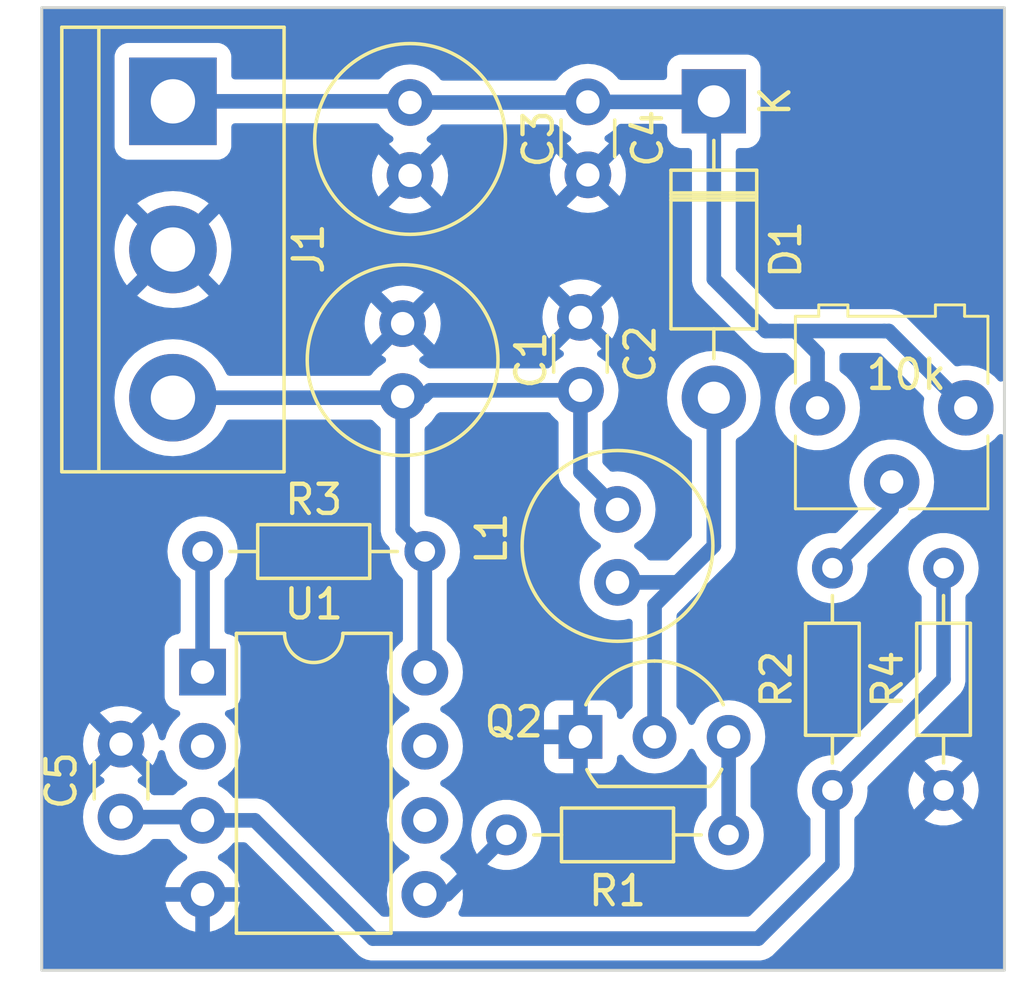
<source format=kicad_pcb>
(kicad_pcb (version 20240108) (generator "pcbnew") (generator_version "8.0")
  (layers (0 "F.Cu" signal) (31 "B.Cu" signal) (34 "B.Paste" user) (35 "F.Paste" user) (36 "B.SilkS" user "B.Silkscreen") (37 "F.SilkS" user "F.Silkscreen") (38 "B.Mask" user) (39 "F.Mask" user) (44 "Edge.Cuts" user))
  (net 0 "")
  (net 1 "VCCQ")
  (net 2 "GND")
  (net 3 "Net-(U1-PB4)")
  (net 4 "Net-(D1-A)")
  (net 5 "Net-(Q2-B)")
  (net 6 "Net-(U1-PB0)")
  (net 7 "Net-(R2-Pad2)")
  (net 8 "Net-(U1-~{RESET}{slash}PB5)")
  (net 12 "VCC")
  (footprint "Capacitor_THT:C_Radial_D6.3mm_H5.0mm_P2.50mm" (layer "F.Cu") (at 173.736 59.202 -90)
    (property "Reference" "L1" (at 0.996 4.318 90) (layer "F.SilkS"))
    (property "Value" "100u")
    (fp_circle (center 1.25 0) (end 4.52 0) (stroke (width 0.12)) (fill none) (layer "F.SilkS"))
    (pad "1" thru_hole circle (at 0 0 270) (size 1.6 1.6) (drill 0.8) (layers "*.Cu" "*.Mask") (net 12 "VCC"))
    (pad "2" thru_hole circle (at 2.5 0 270) (size 1.6 1.6) (drill 0.8) (layers "*.Cu" "*.Mask") (net 4 "Net-(D1-A)"))
  )
  (footprint "Package_DIP:DIP-8_W7.62mm" (layer "F.Cu") (at 159.512 64.78)
    (property "Reference" "U1" (at 3.81 -2.33 0) (layer "F.SilkS"))
    (property "Value" "ATtiny13V-10SS")
    (fp_line (start 1.16 -1.33) (end 1.16 8.95) (stroke (width 0.12)) (layer "F.SilkS"))
    (fp_line (start 1.16 8.95) (end 6.46 8.95) (stroke (width 0.12)) (layer "F.SilkS"))
    (fp_line (start 2.81 -1.33) (end 1.16 -1.33) (stroke (width 0.12)) (layer "F.SilkS"))
    (fp_line (start 6.46 -1.33) (end 4.81 -1.33) (stroke (width 0.12)) (layer "F.SilkS"))
    (fp_line (start 6.46 8.95) (end 6.46 -1.33) (stroke (width 0.12)) (layer "F.SilkS"))
    (fp_arc (start 4.81 -1.33) (mid 3.81 -0.33) (end 2.81 -1.33) (stroke (width 0.12)) (layer "F.SilkS"))
    (pad "1" thru_hole rect (at 0 0) (size 1.6 1.6) (drill 0.8) (layers "*.Cu" "*.Mask") (net 8 "Net-(U1-~{RESET}{slash}PB5)"))
    (pad "2" thru_hole oval (at 0 2.54) (size 1.6 1.6) (drill 0.8) (layers "*.Cu" "*.Mask"))
    (pad "3" thru_hole oval (at 0 5.08) (size 1.6 1.6) (drill 0.8) (layers "*.Cu" "*.Mask") (net 3 "Net-(U1-PB4)"))
    (pad "4" thru_hole oval (at 0 7.62) (size 1.6 1.6) (drill 0.8) (layers "*.Cu" "*.Mask") (net 2 "GND"))
    (pad "5" thru_hole oval (at 7.62 7.62) (size 1.6 1.6) (drill 0.8) (layers "*.Cu" "*.Mask") (net 6 "Net-(U1-PB0)"))
    (pad "6" thru_hole oval (at 7.62 5.08) (size 1.6 1.6) (drill 0.8) (layers "*.Cu" "*.Mask"))
    (pad "7" thru_hole oval (at 7.62 2.54) (size 1.6 1.6) (drill 0.8) (layers "*.Cu" "*.Mask"))
    (pad "8" thru_hole oval (at 7.62 0) (size 1.6 1.6) (drill 0.8) (layers "*.Cu" "*.Mask") (net 12 "VCC"))
  )
  (footprint "Resistor_THT:R_Axial_DIN0204_L3.6mm_D1.6mm_P7.62mm_Horizontal" (layer "F.Cu") (at 181.102 68.834 90)
    (property "Reference" "R2" (at 3.81 -1.92 -90) (layer "F.SilkS"))
    (property "Value" "4,6k")
    (fp_line (start 5.73 -0.92) (end 1.89 -0.92) (stroke (width 0.12)) (layer "F.SilkS"))
    (fp_line (start 1.89 -0.92) (end 1.89 0.92) (stroke (width 0.12)) (layer "F.SilkS"))
    (fp_line (start 6.68 0) (end 5.73 0) (stroke (width 0.12)) (layer "F.SilkS"))
    (fp_line (start 0.94 0) (end 1.89 0) (stroke (width 0.12)) (layer "F.SilkS"))
    (fp_line (start 5.73 0.92) (end 5.73 -0.92) (stroke (width 0.12)) (layer "F.SilkS"))
    (fp_line (start 1.89 0.92) (end 5.73 0.92) (stroke (width 0.12)) (layer "F.SilkS"))
    (pad "1" thru_hole circle (at 0 0 90) (size 1.4 1.4) (drill 0.7) (layers "*.Cu" "*.Mask") (net 3 "Net-(U1-PB4)"))
    (pad "2" thru_hole oval (at 7.62 0 90) (size 1.4 1.4) (drill 0.7) (layers "*.Cu" "*.Mask") (net 7 "Net-(R2-Pad2)"))
  )
  (footprint "Capacitor_THT:C_Disc_D3.0mm_W1.6mm_P2.50mm" (layer "F.Cu") (at 172.72 45.232 -90)
    (property "Reference" "C4" (at 1.25 -2.05 90) (layer "F.SilkS"))
    (property "Value" "100n")
    (fp_line (start 0.621 0.92) (end 1.879 0.92) (stroke (width 0.12)) (layer "F.SilkS"))
    (fp_line (start 0.621 -0.92) (end 1.879 -0.92) (stroke (width 0.12)) (layer "F.SilkS"))
    (pad "1" thru_hole circle (at 0 0 270) (size 1.6 1.6) (drill 0.8) (layers "*.Cu" "*.Mask") (net 1 "VCCQ"))
    (pad "2" thru_hole circle (at 2.5 0 270) (size 1.6 1.6) (drill 0.8) (layers "*.Cu" "*.Mask") (net 2 "GND"))
  )
  (footprint "Resistor_THT:R_Axial_DIN0204_L3.6mm_D1.6mm_P7.62mm_Horizontal" (layer "F.Cu") (at 184.912 68.834 90)
    (property "Reference" "R4" (at 3.81 -1.92 -90) (layer "F.SilkS"))
    (property "Value" "460")
    (fp_line (start 5.73 -0.92) (end 1.89 -0.92) (stroke (width 0.12)) (layer "F.SilkS"))
    (fp_line (start 1.89 -0.92) (end 1.89 0.92) (stroke (width 0.12)) (layer "F.SilkS"))
    (fp_line (start 6.68 0) (end 5.73 0) (stroke (width 0.12)) (layer "F.SilkS"))
    (fp_line (start 0.94 0) (end 1.89 0) (stroke (width 0.12)) (layer "F.SilkS"))
    (fp_line (start 5.73 0.92) (end 5.73 -0.92) (stroke (width 0.12)) (layer "F.SilkS"))
    (fp_line (start 1.89 0.92) (end 5.73 0.92) (stroke (width 0.12)) (layer "F.SilkS"))
    (pad "1" thru_hole circle (at 0 0 90) (size 1.4 1.4) (drill 0.7) (layers "*.Cu" "*.Mask") (net 2 "GND"))
    (pad "2" thru_hole oval (at 7.62 0 90) (size 1.4 1.4) (drill 0.7) (layers "*.Cu" "*.Mask") (net 3 "Net-(U1-PB4)"))
  )
  (footprint "PCM_SL_Footprints:potentiometer_3362P" (layer "F.Cu") (at 183.134 55.88)
    (property "Reference" "RV1")
    (property "Value" "10k" (at 0.5 -1.3 360) (layer "F.SilkS"))
    (fp_line (start -3.3 -3.3) (end -3.3 -1) (stroke (width 0.1)) (layer "F.SilkS"))
    (fp_line (start -3.3 -3.3) (end -2.5 -3.3) (stroke (width 0.1)) (layer "F.SilkS"))
    (fp_line (start -3.3 3.3) (end -3.3 0.8) (stroke (width 0.1)) (layer "F.SilkS"))
    (fp_line (start -2.5 -3.69) (end -1.5 -3.69) (stroke (width 0.1)) (layer "F.SilkS"))
    (fp_line (start -2.5 -3.3) (end -2.5 -3.69) (stroke (width 0.1)) (layer "F.SilkS"))
    (fp_line (start -1.5 -3.69) (end -1.5 -3.3) (stroke (width 0.1)) (layer "F.SilkS"))
    (fp_line (start -1.5 -3.3) (end 1.5 -3.3) (stroke (width 0.1)) (layer "F.SilkS"))
    (fp_line (start -0.6 3.3) (end -3.3 3.3) (stroke (width 0.1)) (layer "F.SilkS"))
    (fp_line (start 1.5 -3.69) (end 2.5 -3.69) (stroke (width 0.1)) (layer "F.SilkS"))
    (fp_line (start 1.5 -3.3) (end 1.5 -3.69) (stroke (width 0.1)) (layer "F.SilkS"))
    (fp_line (start 2.5 -3.69) (end 2.5 -3.3) (stroke (width 0.1)) (layer "F.SilkS"))
    (fp_line (start 2.5 -3.3) (end 3.3 -3.3) (stroke (width 0.1)) (layer "F.SilkS"))
    (fp_line (start 3.3 -3.3) (end 3.3 -1) (stroke (width 0.1)) (layer "F.SilkS"))
    (fp_line (start 3.3 3.3) (end 0.6 3.3) (stroke (width 0.1)) (layer "F.SilkS"))
    (fp_line (start 3.3 3.3) (end 3.3 0.8) (stroke (width 0.1)) (layer "F.SilkS"))
    (pad "1" thru_hole circle (at 0 2.38) (size 1.9 1.9) (drill 0.8) (layers "*.Cu" "*.Mask") (net 7 "Net-(R2-Pad2)"))
    (pad "2" thru_hole circle (at 2.54 -0.16) (size 1.9 1.9) (drill 0.8) (layers "*.Cu" "*.Mask") (net 1 "VCCQ"))
    (pad "3" thru_hole circle (at -2.54 -0.16) (size 1.9 1.9) (drill 0.8) (layers "*.Cu" "*.Mask") (net 1 "VCCQ"))
  )
  (footprint "Resistor_THT:R_Axial_DIN0204_L3.6mm_D1.6mm_P7.62mm_Horizontal" (layer "F.Cu") (at 167.132 60.644 180)
    (property "Reference" "R3" (at 3.81 1.778 180) (layer "F.SilkS"))
    (property "Value" "10k")
    (fp_line (start 6.68 0) (end 5.73 0) (stroke (width 0.12)) (layer "F.SilkS"))
    (fp_line (start 5.73 0.92) (end 5.73 -0.92) (stroke (width 0.12)) (layer "F.SilkS"))
    (fp_line (start 5.73 -0.92) (end 1.89 -0.92) (stroke (width 0.12)) (layer "F.SilkS"))
    (fp_line (start 1.89 0.92) (end 5.73 0.92) (stroke (width 0.12)) (layer "F.SilkS"))
    (fp_line (start 1.89 -0.92) (end 1.89 0.92) (stroke (width 0.12)) (layer "F.SilkS"))
    (fp_line (start 0.94 0) (end 1.89 0) (stroke (width 0.12)) (layer "F.SilkS"))
    (pad "1" thru_hole circle (at 0 0 180) (size 1.4 1.4) (drill 0.7) (layers "*.Cu" "*.Mask") (net 12 "VCC"))
    (pad "2" thru_hole oval (at 7.62 0 180) (size 1.4 1.4) (drill 0.7) (layers "*.Cu" "*.Mask") (net 8 "Net-(U1-~{RESET}{slash}PB5)"))
  )
  (footprint "TerminalBlock:TerminalBlock_bornier-3_P5.08mm" (layer "F.Cu") (at 158.496 45.212 -90)
    (property "Reference" "J1" (at 5.05 -4.65 90) (layer "F.SilkS"))
    (property "Value" "Screw_Terminal_01x03")
    (fp_line (start -2.54 3.81) (end 12.7 3.81) (stroke (width 0.12)) (layer "F.SilkS"))
    (fp_line (start -2.54 3.81) (end -2.54 -3.81) (stroke (width 0.12)) (layer "F.SilkS"))
    (fp_line (start 12.7 3.81) (end 12.7 -3.81) (stroke (width 0.12)) (layer "F.SilkS"))
    (fp_line (start -2.54 2.54) (end 12.7 2.54) (stroke (width 0.12)) (layer "F.SilkS"))
    (fp_line (start -2.54 -3.81) (end 12.7 -3.81) (stroke (width 0.12)) (layer "F.SilkS"))
    (pad "1" thru_hole rect (at 0 0 270) (size 3 3) (drill 1.52) (layers "*.Cu" "*.Mask") (net 1 "VCCQ"))
    (pad "2" thru_hole circle (at 5.08 0 270) (size 3 3) (drill 1.52) (layers "*.Cu" "*.Mask") (net 2 "GND"))
    (pad "3" thru_hole circle (at 10.16 0 270) (size 3 3) (drill 1.52) (layers "*.Cu" "*.Mask") (net 12 "VCC"))
  )
  (footprint "Capacitor_THT:C_Radial_D6.3mm_H5.0mm_P2.50mm" (layer "F.Cu") (at 166.624 45.252 -90)
    (property "Reference" "C3" (at 1.25 -4.4 90) (layer "F.SilkS"))
    (property "Value" "100u")
    (fp_circle (center 1.25 0) (end 4.52 0) (stroke (width 0.12)) (fill none) (layer "F.SilkS"))
    (pad "1" thru_hole circle (at 0 0 270) (size 1.6 1.6) (drill 0.8) (layers "*.Cu" "*.Mask") (net 1 "VCCQ"))
    (pad "2" thru_hole circle (at 2.5 0 270) (size 1.6 1.6) (drill 0.8) (layers "*.Cu" "*.Mask") (net 2 "GND"))
  )
  (footprint "Resistor_THT:R_Axial_DIN0204_L3.6mm_D1.6mm_P7.62mm_Horizontal" (layer "F.Cu") (at 177.546 70.358 180)
    (property "Reference" "R1" (at 3.81 -1.92 180) (layer "F.SilkS"))
    (property "Value" "1k")
    (fp_line (start 6.68 0) (end 5.73 0) (stroke (width 0.12)) (layer "F.SilkS"))
    (fp_line (start 5.73 0.92) (end 5.73 -0.92) (stroke (width 0.12)) (layer "F.SilkS"))
    (fp_line (start 5.73 -0.92) (end 1.89 -0.92) (stroke (width 0.12)) (layer "F.SilkS"))
    (fp_line (start 1.89 0.92) (end 5.73 0.92) (stroke (width 0.12)) (layer "F.SilkS"))
    (fp_line (start 1.89 -0.92) (end 1.89 0.92) (stroke (width 0.12)) (layer "F.SilkS"))
    (fp_line (start 0.94 0) (end 1.89 0) (stroke (width 0.12)) (layer "F.SilkS"))
    (pad "1" thru_hole circle (at 0 0 180) (size 1.4 1.4) (drill 0.7) (layers "*.Cu" "*.Mask") (net 5 "Net-(Q2-B)"))
    (pad "2" thru_hole oval (at 7.62 0 180) (size 1.4 1.4) (drill 0.7) (layers "*.Cu" "*.Mask") (net 6 "Net-(U1-PB0)"))
  )
  (footprint "Diode_THT:D_DO-41_SOD81_P10.16mm_Horizontal" (layer "F.Cu") (at 177.038 45.212 -90)
    (property "Reference" "D1" (at 5.08 -2.47 90) (layer "F.SilkS"))
    (property "Value" "1N5818")
    (fp_line (start 2.36 1.47) (end 7.8 1.47) (stroke (width 0.12)) (layer "F.SilkS"))
    (fp_line (start 7.8 1.47) (end 7.8 -1.47) (stroke (width 0.12)) (layer "F.SilkS"))
    (fp_line (start 1.34 0) (end 2.36 0) (stroke (width 0.12)) (layer "F.SilkS"))
    (fp_line (start 8.82 0) (end 7.8 0) (stroke (width 0.12)) (layer "F.SilkS"))
    (fp_line (start 2.36 -1.47) (end 2.36 1.47) (stroke (width 0.12)) (layer "F.SilkS"))
    (fp_line (start 3.14 -1.47) (end 3.14 1.47) (stroke (width 0.12)) (layer "F.SilkS"))
    (fp_line (start 3.26 -1.47) (end 3.26 1.47) (stroke (width 0.12)) (layer "F.SilkS"))
    (fp_line (start 3.38 -1.47) (end 3.38 1.47) (stroke (width 0.12)) (layer "F.SilkS"))
    (fp_line (start 7.8 -1.47) (end 2.36 -1.47) (stroke (width 0.12)) (layer "F.SilkS"))
    (fp_text user "K" (at 0 -2.1 90) (layer "F.SilkS"))
    (pad "1" thru_hole rect (at 0 0 270) (size 2.2 2.2) (drill 1.1) (layers "*.Cu" "*.Mask") (net 1 "VCCQ"))
    (pad "2" thru_hole oval (at 10.16 0 270) (size 2.2 2.2) (drill 1.1) (layers "*.Cu" "*.Mask") (net 4 "Net-(D1-A)"))
  )
  (footprint "Package_TO_SOT_THT:TO-92L_Inline_Wide" (layer "F.Cu") (at 172.466 66.998)
    (property "Reference" "Q2" (at -2.286 -0.508 0) (layer "F.SilkS"))
    (property "Value" "BC639")
    (fp_line (start 0.6 1.7) (end 4.45 1.7) (stroke (width 0.12)) (layer "F.SilkS"))
    (fp_arc (start 0.1836 -1.098807) (mid 1.143021 -2.192817) (end 2.54 -2.6) (stroke (width 0.12)) (layer "F.SilkS"))
    (fp_arc (start 0.6 1.7) (mid 0.389183 1.423933) (end 0.217369 1.122045) (stroke (width 0.12)) (layer "F.SilkS"))
    (fp_arc (start 2.54 -2.6) (mid 3.936979 -2.192818) (end 4.8964 -1.098807) (stroke (width 0.12)) (layer "F.SilkS"))
    (fp_arc (start 4.842383 1.112264) (mid 4.666594 1.419753) (end 4.45 1.7) (stroke (width 0.12)) (layer "F.SilkS"))
    (pad "1" thru_hole rect (at 0 0) (size 1.5 1.5) (drill 0.8) (layers "*.Cu" "*.Mask") (net 2 "GND"))
    (pad "2" thru_hole circle (at 2.54 0) (size 1.5 1.5) (drill 0.8) (layers "*.Cu" "*.Mask") (net 4 "Net-(D1-A)"))
    (pad "3" thru_hole circle (at 5.08 0) (size 1.5 1.5) (drill 0.8) (layers "*.Cu" "*.Mask") (net 5 "Net-(Q2-B)"))
  )
  (footprint "Capacitor_THT:C_Disc_D3.0mm_W1.6mm_P2.50mm" (layer "F.Cu") (at 172.466 52.618 -90)
    (property "Reference" "C2" (at 1.25 -2.05 90) (layer "F.SilkS"))
    (property "Value" "100n")
    (fp_line (start 0.621 0.92) (end 1.879 0.92) (stroke (width 0.12)) (layer "F.SilkS"))
    (fp_line (start 0.621 -0.92) (end 1.879 -0.92) (stroke (width 0.12)) (layer "F.SilkS"))
    (pad "1" thru_hole circle (at 0 0 270) (size 1.6 1.6) (drill 0.8) (layers "*.Cu" "*.Mask") (net 2 "GND"))
    (pad "2" thru_hole circle (at 2.5 0 270) (size 1.6 1.6) (drill 0.8) (layers "*.Cu" "*.Mask") (net 12 "VCC"))
  )
  (footprint "Capacitor_THT:C_Radial_D6.3mm_H5.0mm_P2.50mm" (layer "F.Cu") (at 166.37 52.832 -90)
    (property "Reference" "C1" (at 1.25 -4.4 90) (layer "F.SilkS"))
    (property "Value" "100u")
    (fp_circle (center 1.25 0) (end 4.52 0) (stroke (width 0.12)) (fill none) (layer "F.SilkS"))
    (pad "1" thru_hole circle (at 0 0 270) (size 1.6 1.6) (drill 0.8) (layers "*.Cu" "*.Mask") (net 2 "GND"))
    (pad "2" thru_hole circle (at 2.5 0 270) (size 1.6 1.6) (drill 0.8) (layers "*.Cu" "*.Mask") (net 12 "VCC"))
  )
  (footprint "Capacitor_THT:C_Disc_D3.0mm_W1.6mm_P2.50mm" (layer "F.Cu") (at 156.718 69.748 90)
    (property "Reference" "C5" (at 1.25 -2.05 -90) (layer "F.SilkS"))
    (property "Value" "100n")
    (fp_line (start 0.621 -0.92) (end 1.879 -0.92) (stroke (width 0.12)) (layer "F.SilkS"))
    (fp_line (start 0.621 0.92) (end 1.879 0.92) (stroke (width 0.12)) (layer "F.SilkS"))
    (pad "1" thru_hole circle (at 0 0 90) (size 1.6 1.6) (drill 0.8) (layers "*.Cu" "*.Mask") (net 3 "Net-(U1-PB4)"))
    (pad "2" thru_hole circle (at 2.5 0 90) (size 1.6 1.6) (drill 0.8) (layers "*.Cu" "*.Mask") (net 2 "GND"))
  )
  (gr_rect (start 154 42) (end 187 75) (stroke (width 0.1)) (fill none) (layer "Edge.Cuts"))
  (segment (start 177.018 45.232) (end 177.038 45.212) (width 0.5) (layer "B.Cu") (net 1))
  (segment (start 179.832 53.086) (end 182.88 53.086) (width 0.5) (layer "B.Cu") (net 1))
  (segment (start 180.594 55.72) (end 180.594 53.848) (width 0.5) (layer "B.Cu") (net 1))
  (segment (start 177.038 45.212) (end 177.038 51.308) (width 0.5) (layer "B.Cu") (net 1))
  (segment (start 183.04 53.086) (end 182.88 53.086) (width 0.5) (layer "B.Cu") (net 1))
  (segment (start 179.324 53.086) (end 179.832 53.086) (width 0.5) (layer "B.Cu") (net 1))
  (segment (start 185.674 55.72) (end 183.04 53.086) (width 0.5) (layer "B.Cu") (net 1))
  (segment (start 178.816 53.086) (end 179.324 53.086) (width 0.5) (layer "B.Cu") (net 1))
  (segment (start 158.496 45.212) (end 166.584 45.212) (width 0.5) (layer "B.Cu") (net 1))
  (segment (start 172.72 45.232) (end 177.018 45.232) (width 0.5) (layer "B.Cu") (net 1))
  (segment (start 180.594 53.848) (end 179.832 53.086) (width 0.5) (layer "B.Cu") (net 1))
  (segment (start 166.584 45.212) (end 166.624 45.252) (width 0.5) (layer "B.Cu") (net 1))
  (segment (start 177.038 51.308) (end 178.816 53.086) (width 0.5) (layer "B.Cu") (net 1))
  (segment (start 172.7 45.252) (end 172.72 45.232) (width 0.5) (layer "B.Cu") (net 1))
  (segment (start 166.624 45.252) (end 172.7 45.252) (width 0.5) (layer "B.Cu") (net 1))
  (segment (start 181.102 68.834) (end 184.912 65.024) (width 0.5) (layer "B.Cu") (net 3))
  (segment (start 159.4 69.748) (end 159.512 69.86) (width 0.5) (layer "B.Cu") (net 3))
  (segment (start 159.512 69.86) (end 161.3 69.86) (width 0.5) (layer "B.Cu") (net 3))
  (segment (start 184.912 65.024) (end 184.912 61.214) (width 0.5) (layer "B.Cu") (net 3))
  (segment (start 156.718 69.748) (end 159.4 69.748) (width 0.5) (layer "B.Cu") (net 3))
  (segment (start 181.102 71.374) (end 181.102 68.834) (width 0.5) (layer "B.Cu") (net 3))
  (segment (start 161.3 69.86) (end 165.354 73.914) (width 0.5) (layer "B.Cu") (net 3))
  (segment (start 165.354 73.914) (end 178.562 73.914) (width 0.5) (layer "B.Cu") (net 3))
  (segment (start 178.562 73.914) (end 181.102 71.374) (width 0.5) (layer "B.Cu") (net 3))
  (segment (start 175.006 66.998) (end 175.006 62.484) (width 0.5) (layer "B.Cu") (net 4))
  (segment (start 175.788 61.702) (end 177.038 60.452) (width 0.5) (layer "B.Cu") (net 4))
  (segment (start 173.736 61.702) (end 175.788 61.702) (width 0.5) (layer "B.Cu") (net 4))
  (segment (start 177.038 60.452) (end 177.038 55.372) (width 0.5) (layer "B.Cu") (net 4))
  (segment (start 175.006 62.484) (end 175.788 61.702) (width 0.5) (layer "B.Cu") (net 4))
  (segment (start 177.546 66.998) (end 177.546 70.358) (width 0.5) (layer "B.Cu") (net 5))
  (segment (start 167.132 72.4) (end 167.884 72.4) (width 0.5) (layer "B.Cu") (net 6))
  (segment (start 167.884 72.4) (end 169.926 70.358) (width 0.5) (layer "B.Cu") (net 6))
  (segment (start 167.142 72.39) (end 167.132 72.4) (width 0.5) (layer "B.Cu") (net 6))
  (segment (start 183.134 58.26) (end 183.134 59.182) (width 0.5) (layer "B.Cu") (net 7))
  (segment (start 183.134 59.182) (end 181.102 61.214) (width 0.5) (layer "B.Cu") (net 7))
  (segment (start 159.512 60.644) (end 159.512 64.78) (width 0.5) (layer "B.Cu") (net 8))
  (segment (start 167.132 64.78) (end 167.132 60.644) (width 0.5) (layer "B.Cu") (net 12))
  (segment (start 166.37 59.882) (end 167.132 60.644) (width 0.5) (layer "B.Cu") (net 12))
  (segment (start 158.496 55.372) (end 166.33 55.372) (width 0.5) (layer "B.Cu") (net 12))
  (segment (start 166.37 55.332) (end 166.37 59.882) (width 0.5) (layer "B.Cu") (net 12))
  (segment (start 167.092 55.332) (end 167.306 55.118) (width 0.5) (layer "B.Cu") (net 12))
  (segment (start 172.466 57.932) (end 173.736 59.202) (width 0.5) (layer "B.Cu") (net 12))
  (segment (start 167.306 55.118) (end 172.466 55.118) (width 0.5) (layer "B.Cu") (net 12))
  (segment (start 172.466 55.118) (end 172.466 57.932) (width 0.5) (layer "B.Cu") (net 12))
  (segment (start 166.37 55.332) (end 167.092 55.332) (width 0.5) (layer "B.Cu") (net 12))
  (segment (start 166.33 55.372) (end 166.37 55.332) (width 0.5) (layer "B.Cu") (net 12))
  (zone (net 2) (net_name "GND") (layer "B.Cu") (connect_pads (clearance 0.5)) (min_thickness 0.25) (fill yes (thermal_gap 0.5) (thermal_bridge_width 0.5))
    (polygon (pts (xy 154 75) (xy 154 42) (xy 187 42) (xy 187 75)))
  )
)
</source>
